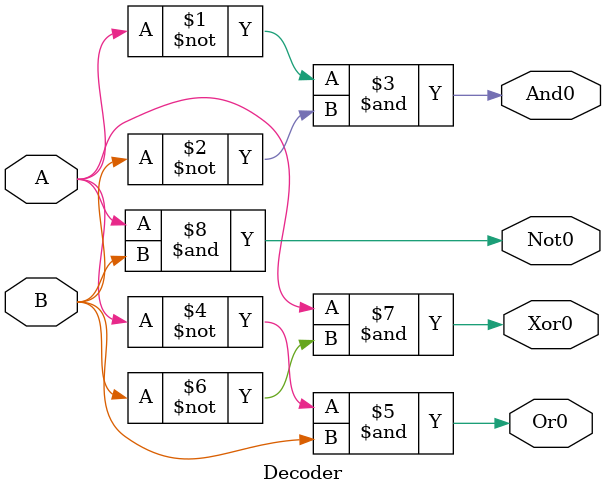
<source format=v>
module Decoder(input A, B, output And0, Or0, Xor0, Not0);

wire And0;
wire Or0;
wire Xor0;
wire Not0;

assign And0 = ~A & ~B;
assign Or0 = ~A & B;
assign Xor0 = A & ~B;
assign Not0 = A & B;

endmodule

</source>
